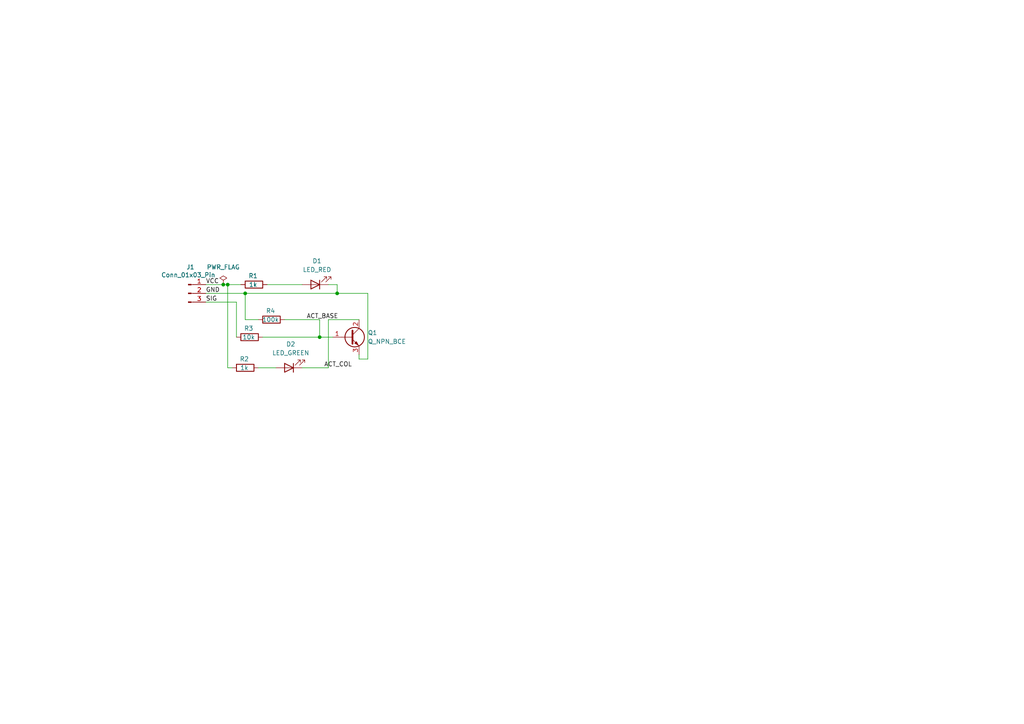
<source format=kicad_sch>
(kicad_sch (version 20250114) (generator "eeschema") (generator_version "9.0")
  (paper "A4")
  (lib_symbols
    (symbol "Connector:Conn_01x03_Pin" (pin_names (offset 1.016) (hide yes))
      (property "Reference" "J" (at 0 5.08 0))
      (property "Value" "Conn_01x03_Pin" (at 0 -5.08 0))
      (symbol "Conn_01x03_Pin_1_1"
        (rectangle (start 0.8636 2.667) (end 0 2.413) (stroke (width 0.1524)) (fill (type outline)))
        (rectangle (start 0.8636 0.127) (end 0 -0.127) (stroke (width 0.1524)) (fill (type outline)))
        (rectangle (start 0.8636 -2.413) (end 0 -2.667) (stroke (width 0.1524)) (fill (type outline)))
        (polyline (pts (xy 1.27 2.54) (xy 0.8636 2.54)) (stroke (width 0.1524)))
        (polyline (pts (xy 1.27 0) (xy 0.8636 0)) (stroke (width 0.1524)))
        (polyline (pts (xy 1.27 -2.54) (xy 0.8636 -2.54)) (stroke (width 0.1524)))
        (pin passive line (at 5.08 2.54 180) (length 3.81) (name "Pin_1") (number "1"))
        (pin passive line (at 5.08 0 180) (length 3.81) (name "Pin_2") (number "2"))
        (pin passive line (at 5.08 -2.54 180) (length 3.81) (name "Pin_3") (number "3"))
      )
    )
    (symbol "Device:LED" (pin_numbers (hide yes)) (pin_names (offset 1.016) (hide yes))
      (property "Reference" "D" (at 0 2.54 0))
      (property "Value" "LED" (at 0 -2.54 0))
      (symbol "LED_0_1"
        (polyline (pts (xy -3.048 -0.762) (xy -4.572 -2.286) (xy -3.81 -2.286) (xy -4.572 -2.286) (xy -4.572 -1.524)))
        (polyline (pts (xy -1.778 -0.762) (xy -3.302 -2.286) (xy -2.54 -2.286) (xy -3.302 -2.286) (xy -3.302 -1.524)))
        (polyline (pts (xy -1.27 0) (xy 1.27 0)))
        (polyline (pts (xy -1.27 -1.27) (xy -1.27 1.27)) (stroke (width 0.254)))
        (polyline (pts (xy 1.27 -1.27) (xy 1.27 1.27) (xy -1.27 0) (xy 1.27 -1.27)) (stroke (width 0.254)))
      )
      (symbol "LED_1_1"
        (pin passive line (at -3.81 0 0) (length 2.54) (name "K") (number "1"))
        (pin passive line (at 3.81 0 180) (length 2.54) (name "A") (number "2"))
      )
    )
    (symbol "Device:R" (pin_numbers (hide yes)) (pin_names (offset 0))
      (property "Reference" "R" (at 2.032 0 90))
      (property "Value" "R" (at 0 0 90))
      (symbol "R_0_1"
        (rectangle (start -1.016 -2.54) (end 1.016 2.54) (stroke (width 0.254)))
      )
      (symbol "R_1_1"
        (pin passive line (at 0 3.81 270) (length 1.27) (name "~") (number "1"))
        (pin passive line (at 0 -3.81 90) (length 1.27) (name "~") (number "2"))
      )
    )
    (symbol "Transistor_BJT:Q_NPN_BCE" (pin_names (offset 0) (hide yes))
      (property "Reference" "Q" (at 5.08 1.27 0))
      (property "Value" "Q_NPN_BCE" (at 5.08 -1.27 0))
      (symbol "Q_NPN_BCE_0_1"
        (polyline (pts (xy -2.54 0) (xy 0.635 0)))
        (polyline (pts (xy 0.635 1.905) (xy 0.635 -1.905)) (stroke (width 0.508)))
        (circle (center 1.27 0) (radius 2.8194) (stroke (width 0.254)))
      )
      (symbol "Q_NPN_BCE_1_1"
        (polyline (pts (xy 0.635 0.635) (xy 2.54 2.54)))
        (polyline (pts (xy 0.635 -0.635) (xy 2.54 -2.54)))
        (polyline (pts (xy 1.27 -1.778) (xy 1.778 -1.27) (xy 2.286 -2.286) (xy 1.27 -1.778)) (fill (type outline)))
        (pin input line (at -5.08 0 0) (length 2.54) (name "B") (number "1"))
        (pin passive line (at 2.54 5.08 270) (length 2.54) (name "C") (number "2"))
        (pin passive line (at 2.54 -5.08 90) (length 2.54) (name "E") (number "3"))
      )
    )
    (symbol "power:PWR_FLAG" (power) (pin_numbers (hide yes)) (pin_names (offset 0) (hide yes))
      (property "Value" "PWR_FLAG" (at 0 3.81 0))
      (symbol "PWR_FLAG_0_0"
        (pin power_out line (at 0 0 90) (length 0) (name "~") (number "1"))
      )
      (symbol "PWR_FLAG_0_1"
        (polyline (pts (xy 0 0) (xy 0 1.27) (xy -1.016 1.905) (xy 0 2.54) (xy 1.016 1.905) (xy 0 1.27)))
      )
    )
  )
  (junction (at 97.79 85.09))
  (junction (at 64.77 82.55))
  (junction (at 71.12 85.09))
  (junction (at 92.71 97.79))
  (junction (at 66.04 82.55))
  (wire (pts (xy 74.93 106.68) (xy 80.01 106.68)))
  (wire (pts (xy 67.31 106.68) (xy 66.04 106.68)))
  (wire (pts (xy 92.71 92.71) (xy 92.71 97.79)))
  (wire (pts (xy 59.69 87.63) (xy 68.58 87.63)))
  (wire (pts (xy 66.04 82.55) (xy 66.04 106.68)))
  (wire (pts (xy 68.58 97.79) (xy 68.58 87.63)))
  (wire (pts (xy 71.12 92.71) (xy 71.12 85.09)))
  (wire (pts (xy 104.14 102.87) (xy 104.14 104.14)))
  (wire (pts (xy 106.68 85.09) (xy 97.79 85.09)))
  (wire (pts (xy 95.25 82.55) (xy 97.79 82.55)))
  (wire (pts (xy 82.55 92.71) (xy 92.71 92.71)))
  (wire (pts (xy 97.79 82.55) (xy 97.79 85.09)))
  (wire (pts (xy 87.63 106.68) (xy 95.25 106.68)))
  (wire (pts (xy 95.25 106.68) (xy 95.25 92.71)))
  (wire (pts (xy 76.2 97.79) (xy 92.71 97.79)))
  (wire (pts (xy 71.12 85.09) (xy 59.69 85.09)))
  (wire (pts (xy 95.25 92.71) (xy 104.14 92.71)))
  (wire (pts (xy 77.47 82.55) (xy 87.63 82.55)))
  (wire (pts (xy 74.93 92.71) (xy 71.12 92.71)))
  (wire (pts (xy 104.14 104.14) (xy 106.68 104.14)))
  (wire (pts (xy 59.69 82.55) (xy 64.77 82.55)))
  (wire (pts (xy 66.04 82.55) (xy 69.85 82.55)))
  (wire (pts (xy 64.77 82.55) (xy 66.04 82.55)))
  (wire (pts (xy 92.71 97.79) (xy 96.52 97.79)))
  (wire (pts (xy 106.68 104.14) (xy 106.68 85.09)))
  (wire (pts (xy 97.79 85.09) (xy 71.12 85.09)))
  (label "GND" (at 59.69 85.09 0))
  (label "ACT_BASE" (at 88.9 92.71 0))
  (label "ACT_COL" (at 93.98 106.68 0))
  (label "SIG" (at 59.69 87.63 0))
  (label "VCC" (at 59.69 82.55 0))
  (symbol (lib_id "power:PWR_FLAG") (at 64.77 82.55 0) (unit 1)
    (property "Reference" "#FLG01" (effects (hide yes)))
    (property "Value" "PWR_FLAG" (at 64.77 77.47 0))
    (property "Description" "Special symbol for telling ERC where power comes from" (effects (hide yes)))
  )
  (symbol (lib_id "Device:R") (at 73.66 82.55 90) (unit 1)
    (property "Reference" "R1" (at 73.406 80.01 90))
    (property "Value" "1k" (at 73.406 82.55 90))
    (property "Description" "Resistor" (effects (hide yes)))
  )
  (symbol (lib_id "Device:R") (at 72.39 97.79 90) (unit 1)
    (property "Reference" "R3" (at 72.136 95.25 90))
    (property "Value" "10k" (at 72.136 97.79 90))
    (property "Description" "Resistor" (effects (hide yes)))
  )
  (symbol (lib_id "Transistor_BJT:Q_NPN_BCE") (at 101.6 97.79 0) (unit 1)
    (property "Reference" "Q1" (at 106.68 96.5199 0) (effects (justify left)))
    (property "Value" "Q_NPN_BCE" (at 106.68 99.0599 0) (effects (justify left)))
    (property "Description" "NPN transistor, base/collector/emitter" (effects (hide yes)))
  )
  (symbol (lib_id "Device:LED") (at 91.44 82.55 180) (unit 1)
    (property "Reference" "D1" (at 91.948 75.692 0))
    (property "Value" "LED_RED" (at 91.948 78.232 0))
    (property "Description" "Light emitting diode" (effects (hide yes)))
    (property "Sim.Pins" "1=K 2=A" (effects (hide yes)))
  )
  (symbol (lib_id "Device:LED") (at 83.82 106.68 180) (unit 1)
    (property "Reference" "D2" (at 84.328 99.822 0))
    (property "Value" "LED_GREEN" (at 84.328 102.362 0))
    (property "Description" "Light emitting diode" (effects (hide yes)))
    (property "Sim.Pins" "1=K 2=A" (effects (hide yes)))
  )
  (symbol (lib_id "Device:R") (at 78.74 92.71 90) (unit 1)
    (property "Reference" "R4" (at 78.486 90.17 90))
    (property "Value" "100k" (at 78.486 92.71 90))
    (property "Description" "Resistor" (effects (hide yes)))
  )
  (symbol (lib_id "Connector:Conn_01x03_Pin") (at 54.61 85.09 0) (unit 1)
    (property "Reference" "J1" (at 55.245 77.47 0))
    (property "Value" "Conn_01x03_Pin" (at 54.61 79.756 0))
    (property "Description" "Generic connector, single row, 01x03, script generated" (effects (hide yes)))
  )
  (symbol (lib_id "Device:R") (at 71.12 106.68 90) (unit 1)
    (property "Reference" "R2" (at 70.866 104.14 90))
    (property "Value" "1k" (at 70.866 106.68 90))
    (property "Description" "Resistor" (effects (hide yes)))
  )
)
</source>
